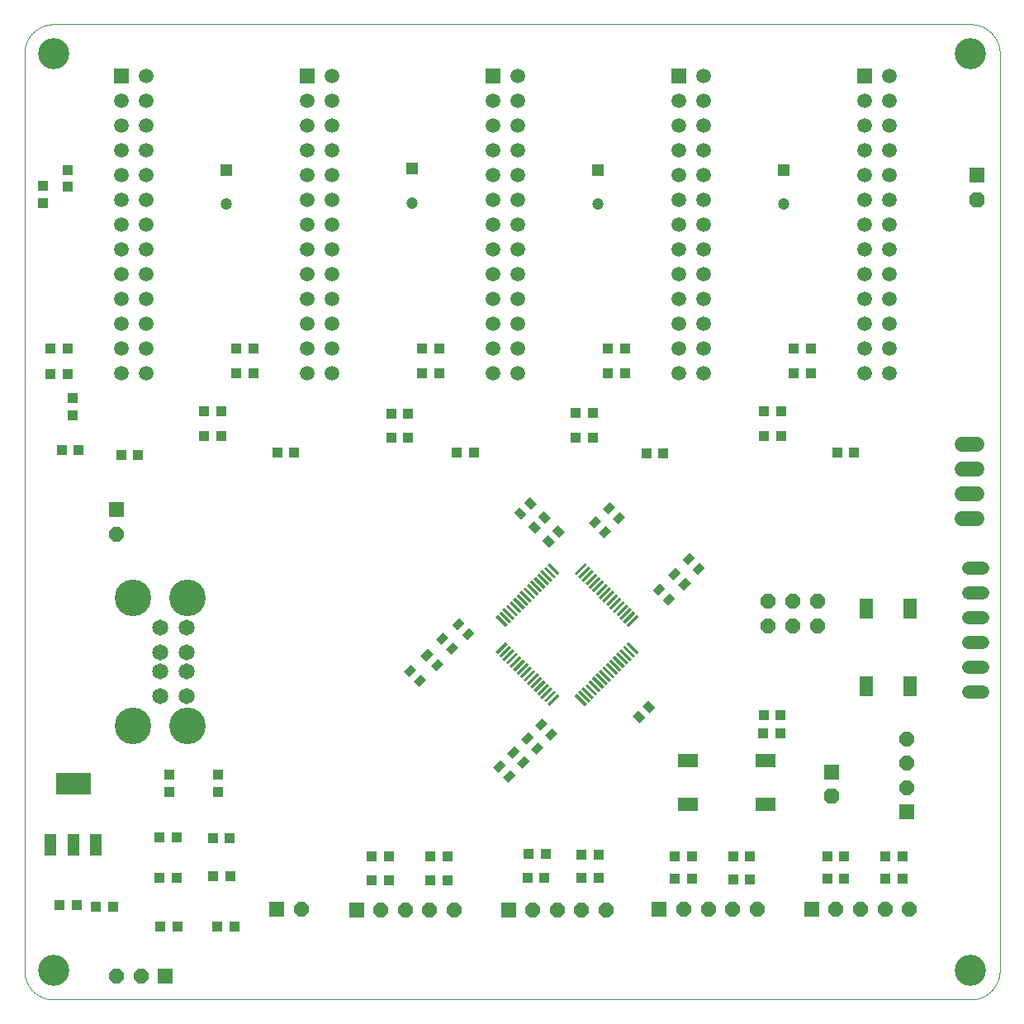
<source format=gts>
G04 EAGLE Gerber RS-274X export*
G75*
%MOMM*%
%FSLAX34Y34*%
%LPD*%
%INSolder Mask top*%
%IPPOS*%
%AMOC8*
5,1,8,0,0,1.08239X$1,22.5*%
G01*
%ADD10C,0.000000*%
%ADD11C,3.200000*%
%ADD12R,1.500000X1.500000*%
%ADD13C,1.500000*%
%ADD14R,1.600000X1.600000*%
%ADD15P,1.731824X8X112.500000*%
%ADD16C,1.650000*%
%ADD17C,3.750000*%
%ADD18R,1.100000X1.000000*%
%ADD19R,1.080000X1.050000*%
%ADD20R,1.200000X1.200000*%
%ADD21C,1.200000*%
%ADD22R,1.040000X0.810000*%
%ADD23P,1.623585X8X202.500000*%
%ADD24R,1.400000X2.050000*%
%ADD25C,1.371600*%
%ADD26R,1.050000X1.080000*%
%ADD27P,1.623585X8X292.500000*%
%ADD28P,1.649562X8X22.500000*%
%ADD29C,1.524000*%
%ADD30P,1.623585X8X22.500000*%
%ADD31P,1.623585X8X112.500000*%
%ADD32R,2.050000X1.400000*%
%ADD33R,1.000000X1.100000*%
%ADD34R,1.475000X0.300000*%
%ADD35R,1.219200X2.235200*%
%ADD36R,3.600000X2.200000*%


D10*
X30000Y0D02*
X970000Y0D01*
X1000000Y30000D02*
X1000000Y970000D01*
X970000Y1000000D02*
X30000Y1000000D01*
X0Y970000D02*
X0Y30000D01*
X9Y29275D01*
X35Y28551D01*
X79Y27827D01*
X140Y27105D01*
X219Y26384D01*
X315Y25665D01*
X428Y24949D01*
X559Y24236D01*
X707Y23526D01*
X872Y22821D01*
X1054Y22119D01*
X1253Y21422D01*
X1468Y20729D01*
X1701Y20043D01*
X1950Y19362D01*
X2215Y18687D01*
X2496Y18019D01*
X2794Y17358D01*
X3107Y16704D01*
X3436Y16058D01*
X3781Y15420D01*
X4141Y14791D01*
X4516Y14171D01*
X4906Y13560D01*
X5310Y12958D01*
X5729Y12366D01*
X6163Y11785D01*
X6610Y11214D01*
X7071Y10655D01*
X7545Y10106D01*
X8032Y9570D01*
X8532Y9045D01*
X9045Y8532D01*
X9570Y8032D01*
X10106Y7545D01*
X10655Y7071D01*
X11214Y6610D01*
X11785Y6163D01*
X12366Y5729D01*
X12958Y5310D01*
X13560Y4906D01*
X14171Y4516D01*
X14791Y4141D01*
X15420Y3781D01*
X16058Y3436D01*
X16704Y3107D01*
X17358Y2794D01*
X18019Y2496D01*
X18687Y2215D01*
X19362Y1950D01*
X20043Y1701D01*
X20729Y1468D01*
X21422Y1253D01*
X22119Y1054D01*
X22821Y872D01*
X23526Y707D01*
X24236Y559D01*
X24949Y428D01*
X25665Y315D01*
X26384Y219D01*
X27105Y140D01*
X27827Y79D01*
X28551Y35D01*
X29275Y9D01*
X30000Y0D01*
X0Y970000D02*
X9Y970725D01*
X35Y971449D01*
X79Y972173D01*
X140Y972895D01*
X219Y973616D01*
X315Y974335D01*
X428Y975051D01*
X559Y975764D01*
X707Y976474D01*
X872Y977179D01*
X1054Y977881D01*
X1253Y978578D01*
X1468Y979271D01*
X1701Y979957D01*
X1950Y980638D01*
X2215Y981313D01*
X2496Y981981D01*
X2794Y982642D01*
X3107Y983296D01*
X3436Y983942D01*
X3781Y984580D01*
X4141Y985209D01*
X4516Y985829D01*
X4906Y986440D01*
X5310Y987042D01*
X5729Y987634D01*
X6163Y988215D01*
X6610Y988786D01*
X7071Y989345D01*
X7545Y989894D01*
X8032Y990430D01*
X8532Y990955D01*
X9045Y991468D01*
X9570Y991968D01*
X10106Y992455D01*
X10655Y992929D01*
X11214Y993390D01*
X11785Y993837D01*
X12366Y994271D01*
X12958Y994690D01*
X13560Y995094D01*
X14171Y995484D01*
X14791Y995859D01*
X15420Y996219D01*
X16058Y996564D01*
X16704Y996893D01*
X17358Y997206D01*
X18019Y997504D01*
X18687Y997785D01*
X19362Y998050D01*
X20043Y998299D01*
X20729Y998532D01*
X21422Y998747D01*
X22119Y998946D01*
X22821Y999128D01*
X23526Y999293D01*
X24236Y999441D01*
X24949Y999572D01*
X25665Y999685D01*
X26384Y999781D01*
X27105Y999860D01*
X27827Y999921D01*
X28551Y999965D01*
X29275Y999991D01*
X30000Y1000000D01*
X970000Y1000000D02*
X970725Y999991D01*
X971449Y999965D01*
X972173Y999921D01*
X972895Y999860D01*
X973616Y999781D01*
X974335Y999685D01*
X975051Y999572D01*
X975764Y999441D01*
X976474Y999293D01*
X977179Y999128D01*
X977881Y998946D01*
X978578Y998747D01*
X979271Y998532D01*
X979957Y998299D01*
X980638Y998050D01*
X981313Y997785D01*
X981981Y997504D01*
X982642Y997206D01*
X983296Y996893D01*
X983942Y996564D01*
X984580Y996219D01*
X985209Y995859D01*
X985829Y995484D01*
X986440Y995094D01*
X987042Y994690D01*
X987634Y994271D01*
X988215Y993837D01*
X988786Y993390D01*
X989345Y992929D01*
X989894Y992455D01*
X990430Y991968D01*
X990955Y991468D01*
X991468Y990955D01*
X991968Y990430D01*
X992455Y989894D01*
X992929Y989345D01*
X993390Y988786D01*
X993837Y988215D01*
X994271Y987634D01*
X994690Y987042D01*
X995094Y986440D01*
X995484Y985829D01*
X995859Y985209D01*
X996219Y984580D01*
X996564Y983942D01*
X996893Y983296D01*
X997206Y982642D01*
X997504Y981981D01*
X997785Y981313D01*
X998050Y980638D01*
X998299Y979957D01*
X998532Y979271D01*
X998747Y978578D01*
X998946Y977881D01*
X999128Y977179D01*
X999293Y976474D01*
X999441Y975764D01*
X999572Y975051D01*
X999685Y974335D01*
X999781Y973616D01*
X999860Y972895D01*
X999921Y972173D01*
X999965Y971449D01*
X999991Y970725D01*
X1000000Y970000D01*
X1000000Y30000D02*
X999991Y29275D01*
X999965Y28551D01*
X999921Y27827D01*
X999860Y27105D01*
X999781Y26384D01*
X999685Y25665D01*
X999572Y24949D01*
X999441Y24236D01*
X999293Y23526D01*
X999128Y22821D01*
X998946Y22119D01*
X998747Y21422D01*
X998532Y20729D01*
X998299Y20043D01*
X998050Y19362D01*
X997785Y18687D01*
X997504Y18019D01*
X997206Y17358D01*
X996893Y16704D01*
X996564Y16058D01*
X996219Y15420D01*
X995859Y14791D01*
X995484Y14171D01*
X995094Y13560D01*
X994690Y12958D01*
X994271Y12366D01*
X993837Y11785D01*
X993390Y11214D01*
X992929Y10655D01*
X992455Y10106D01*
X991968Y9570D01*
X991468Y9045D01*
X990955Y8532D01*
X990430Y8032D01*
X989894Y7545D01*
X989345Y7071D01*
X988786Y6610D01*
X988215Y6163D01*
X987634Y5729D01*
X987042Y5310D01*
X986440Y4906D01*
X985829Y4516D01*
X985209Y4141D01*
X984580Y3781D01*
X983942Y3436D01*
X983296Y3107D01*
X982642Y2794D01*
X981981Y2496D01*
X981313Y2215D01*
X980638Y1950D01*
X979957Y1701D01*
X979271Y1468D01*
X978578Y1253D01*
X977881Y1054D01*
X977179Y872D01*
X976474Y707D01*
X975764Y559D01*
X975051Y428D01*
X974335Y315D01*
X973616Y219D01*
X972895Y140D01*
X972173Y79D01*
X971449Y35D01*
X970725Y9D01*
X970000Y0D01*
D11*
X30000Y30000D03*
X30000Y970000D03*
X970000Y30000D03*
X970000Y970000D03*
D12*
X861060Y947120D03*
D13*
X886460Y947120D03*
X861060Y921720D03*
X861060Y642320D03*
X886460Y921720D03*
X886460Y896320D03*
X861060Y896320D03*
X886460Y870920D03*
X861060Y870920D03*
X886460Y845520D03*
X861060Y845520D03*
X886460Y820120D03*
X861060Y820120D03*
X886460Y794720D03*
X861060Y794720D03*
X886460Y769320D03*
X861060Y769320D03*
X886460Y743920D03*
X861060Y743920D03*
X886460Y718520D03*
X861060Y718520D03*
X886460Y693120D03*
X861060Y693120D03*
X886460Y667720D03*
X861060Y667720D03*
X886460Y642320D03*
D12*
X99060Y947120D03*
D13*
X124460Y947120D03*
X99060Y921720D03*
X99060Y642320D03*
X124460Y921720D03*
X124460Y896320D03*
X99060Y896320D03*
X124460Y870920D03*
X99060Y870920D03*
X124460Y845520D03*
X99060Y845520D03*
X124460Y820120D03*
X99060Y820120D03*
X124460Y794720D03*
X99060Y794720D03*
X124460Y769320D03*
X99060Y769320D03*
X124460Y743920D03*
X99060Y743920D03*
X124460Y718520D03*
X99060Y718520D03*
X124460Y693120D03*
X99060Y693120D03*
X124460Y667720D03*
X99060Y667720D03*
X124460Y642320D03*
D12*
X289560Y947120D03*
D13*
X314960Y947120D03*
X289560Y921720D03*
X289560Y642320D03*
X314960Y921720D03*
X314960Y896320D03*
X289560Y896320D03*
X314960Y870920D03*
X289560Y870920D03*
X314960Y845520D03*
X289560Y845520D03*
X314960Y820120D03*
X289560Y820120D03*
X314960Y794720D03*
X289560Y794720D03*
X314960Y769320D03*
X289560Y769320D03*
X314960Y743920D03*
X289560Y743920D03*
X314960Y718520D03*
X289560Y718520D03*
X314960Y693120D03*
X289560Y693120D03*
X314960Y667720D03*
X289560Y667720D03*
X314960Y642320D03*
D12*
X480060Y947120D03*
D13*
X505460Y947120D03*
X480060Y921720D03*
X480060Y642320D03*
X505460Y921720D03*
X505460Y896320D03*
X480060Y896320D03*
X505460Y870920D03*
X480060Y870920D03*
X505460Y845520D03*
X480060Y845520D03*
X505460Y820120D03*
X480060Y820120D03*
X505460Y794720D03*
X480060Y794720D03*
X505460Y769320D03*
X480060Y769320D03*
X505460Y743920D03*
X480060Y743920D03*
X505460Y718520D03*
X480060Y718520D03*
X505460Y693120D03*
X480060Y693120D03*
X505460Y667720D03*
X480060Y667720D03*
X505460Y642320D03*
D12*
X670560Y947120D03*
D13*
X695960Y947120D03*
X670560Y921720D03*
X670560Y642320D03*
X695960Y921720D03*
X695960Y896320D03*
X670560Y896320D03*
X695960Y870920D03*
X670560Y870920D03*
X695960Y845520D03*
X670560Y845520D03*
X695960Y820120D03*
X670560Y820120D03*
X695960Y794720D03*
X670560Y794720D03*
X695960Y769320D03*
X670560Y769320D03*
X695960Y743920D03*
X670560Y743920D03*
X695960Y718520D03*
X670560Y718520D03*
X695960Y693120D03*
X670560Y693120D03*
X695960Y667720D03*
X670560Y667720D03*
X695960Y642320D03*
D14*
X976630Y845320D03*
D15*
X976630Y820320D03*
D16*
X166070Y381410D03*
X166070Y356410D03*
X166070Y336410D03*
X166070Y311410D03*
X138970Y381410D03*
X138970Y356410D03*
X138970Y336410D03*
X138970Y311410D03*
D17*
X166970Y412110D03*
X166970Y280710D03*
X110970Y412110D03*
X110970Y280710D03*
D18*
X44250Y850810D03*
X44250Y833810D03*
D19*
X19050Y833950D03*
X19050Y816450D03*
D20*
X207010Y850600D03*
D21*
X207010Y815600D03*
D20*
X397510Y851870D03*
D21*
X397510Y816870D03*
D20*
X588010Y850600D03*
D21*
X588010Y815600D03*
D20*
X778510Y850600D03*
D21*
X778510Y815600D03*
D22*
G36*
X654523Y409723D02*
X661876Y417076D01*
X667603Y411349D01*
X660250Y403996D01*
X654523Y409723D01*
G37*
G36*
X644341Y419905D02*
X651694Y427258D01*
X657421Y421531D01*
X650068Y414178D01*
X644341Y419905D01*
G37*
G36*
X684530Y440999D02*
X691883Y448352D01*
X697610Y442625D01*
X690257Y435272D01*
X684530Y440999D01*
G37*
G36*
X674348Y451182D02*
X681701Y458535D01*
X687428Y452808D01*
X680075Y445455D01*
X674348Y451182D01*
G37*
G36*
X670162Y425361D02*
X677515Y432714D01*
X683242Y426987D01*
X675889Y419634D01*
X670162Y425361D01*
G37*
G36*
X659980Y435543D02*
X667333Y442896D01*
X673060Y437169D01*
X665707Y429816D01*
X659980Y435543D01*
G37*
G36*
X434949Y370904D02*
X427596Y363551D01*
X421869Y369278D01*
X429222Y376631D01*
X434949Y370904D01*
G37*
G36*
X445131Y360722D02*
X437778Y353369D01*
X432051Y359096D01*
X439404Y366449D01*
X445131Y360722D01*
G37*
G36*
X507873Y505146D02*
X515226Y497793D01*
X509499Y492066D01*
X502146Y499419D01*
X507873Y505146D01*
G37*
G36*
X518055Y515328D02*
X525408Y507975D01*
X519681Y502248D01*
X512328Y509601D01*
X518055Y515328D01*
G37*
G36*
X536610Y476409D02*
X543963Y469056D01*
X538236Y463329D01*
X530883Y470682D01*
X536610Y476409D01*
G37*
G36*
X546792Y486591D02*
X554145Y479238D01*
X548418Y473511D01*
X541065Y480864D01*
X546792Y486591D01*
G37*
G36*
X533759Y271125D02*
X541112Y278478D01*
X546839Y272751D01*
X539486Y265398D01*
X533759Y271125D01*
G37*
G36*
X523577Y281308D02*
X530930Y288661D01*
X536657Y282934D01*
X529304Y275581D01*
X523577Y281308D01*
G37*
G36*
X522241Y490778D02*
X529594Y483425D01*
X523867Y477698D01*
X516514Y485051D01*
X522241Y490778D01*
G37*
G36*
X532424Y500960D02*
X539777Y493607D01*
X534050Y487880D01*
X526697Y495233D01*
X532424Y500960D01*
G37*
G36*
X519391Y256757D02*
X526744Y264110D01*
X532471Y258383D01*
X525118Y251030D01*
X519391Y256757D01*
G37*
G36*
X509208Y266939D02*
X516561Y274292D01*
X522288Y268565D01*
X514935Y261212D01*
X509208Y266939D01*
G37*
G36*
X419449Y353904D02*
X412096Y346551D01*
X406369Y352278D01*
X413722Y359631D01*
X419449Y353904D01*
G37*
G36*
X429631Y343722D02*
X422278Y336369D01*
X416551Y342096D01*
X423904Y349449D01*
X429631Y343722D01*
G37*
G36*
X505022Y242389D02*
X512375Y249742D01*
X518102Y244015D01*
X510749Y236662D01*
X505022Y242389D01*
G37*
G36*
X494840Y252571D02*
X502193Y259924D01*
X507920Y254197D01*
X500567Y246844D01*
X494840Y252571D01*
G37*
G36*
X451449Y385904D02*
X444096Y378551D01*
X438369Y384278D01*
X445722Y391631D01*
X451449Y385904D01*
G37*
G36*
X461631Y375722D02*
X454278Y368369D01*
X448551Y374096D01*
X455904Y381449D01*
X461631Y375722D01*
G37*
G36*
X490654Y228020D02*
X498007Y235373D01*
X503734Y229646D01*
X496381Y222293D01*
X490654Y228020D01*
G37*
G36*
X480471Y238202D02*
X487824Y245555D01*
X493551Y239828D01*
X486198Y232475D01*
X480471Y238202D01*
G37*
G36*
X605952Y504655D02*
X598599Y497302D01*
X592872Y503029D01*
X600225Y510382D01*
X605952Y504655D01*
G37*
G36*
X616134Y494473D02*
X608781Y487120D01*
X603054Y492847D01*
X610407Y500200D01*
X616134Y494473D01*
G37*
G36*
X591584Y490286D02*
X584231Y482933D01*
X578504Y488660D01*
X585857Y496013D01*
X591584Y490286D01*
G37*
G36*
X601766Y480104D02*
X594413Y472751D01*
X588686Y478478D01*
X596039Y485831D01*
X601766Y480104D01*
G37*
D12*
X807230Y92410D03*
D23*
X832230Y92410D03*
X857230Y92410D03*
X882230Y92410D03*
X907230Y92410D03*
D12*
X651020Y92410D03*
D23*
X676020Y92410D03*
X701020Y92410D03*
X726020Y92410D03*
X751020Y92410D03*
D12*
X340440Y91910D03*
D23*
X365440Y91910D03*
X390440Y91910D03*
X415440Y91910D03*
X440440Y91910D03*
D24*
X862850Y321260D03*
X862850Y400760D03*
X907850Y321260D03*
X907850Y400760D03*
D25*
X968502Y442610D02*
X982218Y442610D01*
X982218Y417210D02*
X968502Y417210D01*
X968502Y391810D02*
X982218Y391810D01*
X982218Y366410D02*
X968502Y366410D01*
X968502Y341010D02*
X982218Y341010D01*
X982218Y315610D02*
X968502Y315610D01*
D26*
X35960Y97120D03*
X53460Y97120D03*
X73110Y95190D03*
X90610Y95190D03*
D12*
X905000Y192500D03*
D27*
X905000Y217500D03*
X905000Y242500D03*
X905000Y267500D03*
D26*
X193150Y165700D03*
X210650Y165700D03*
D19*
X198300Y230700D03*
X198300Y213200D03*
D26*
X193850Y126600D03*
X211350Y126600D03*
X197850Y75000D03*
X215350Y75000D03*
X138750Y125000D03*
X156250Y125000D03*
X156750Y75000D03*
X139250Y75000D03*
X138750Y166000D03*
X156250Y166000D03*
D19*
X148770Y230700D03*
X148770Y213200D03*
X49530Y599280D03*
X49530Y616780D03*
D26*
X44310Y641050D03*
X26810Y641050D03*
X55740Y563580D03*
X38240Y563580D03*
X234810Y667720D03*
X217310Y667720D03*
X276720Y561040D03*
X259220Y561040D03*
X425310Y667720D03*
X407810Y667720D03*
X460870Y561040D03*
X443370Y561040D03*
X615810Y667720D03*
X598310Y667720D03*
X655180Y559770D03*
X637680Y559770D03*
X806310Y667720D03*
X788810Y667720D03*
X850760Y561040D03*
X833260Y561040D03*
X44310Y667720D03*
X26810Y667720D03*
X116700Y558500D03*
X99200Y558500D03*
X201790Y602950D03*
X184290Y602950D03*
X234810Y642320D03*
X217310Y642320D03*
X201790Y577550D03*
X184290Y577550D03*
X393560Y600410D03*
X376060Y600410D03*
X425310Y642320D03*
X407810Y642320D03*
X393560Y576280D03*
X376060Y576280D03*
X582790Y601680D03*
X565290Y601680D03*
X615810Y642320D03*
X598310Y642320D03*
X582790Y576280D03*
X565290Y576280D03*
X775830Y602950D03*
X758330Y602950D03*
X806310Y642320D03*
X788810Y642320D03*
X775830Y577550D03*
X758330Y577550D03*
D28*
X762000Y383240D03*
X762000Y408640D03*
X787400Y383240D03*
X787400Y408640D03*
X812800Y383240D03*
X812800Y408640D03*
D26*
X882770Y124160D03*
X900270Y124160D03*
X726560Y122890D03*
X744060Y122890D03*
X415980Y122390D03*
X433480Y122390D03*
X840580Y124160D03*
X823080Y124160D03*
X684370Y124160D03*
X666870Y124160D03*
X373790Y122390D03*
X356290Y122390D03*
X900270Y147020D03*
X882770Y147020D03*
X744060Y147020D03*
X726560Y147020D03*
X433480Y146520D03*
X415980Y146520D03*
X373790Y146520D03*
X356290Y146520D03*
X684370Y147020D03*
X666870Y147020D03*
X840580Y147020D03*
X823080Y147020D03*
D12*
X258840Y93050D03*
D23*
X283840Y93050D03*
D29*
X961390Y569610D02*
X976630Y569610D01*
X976630Y544210D02*
X961390Y544210D01*
X961390Y518810D02*
X976630Y518810D01*
X976630Y493410D02*
X961390Y493410D01*
D12*
X144570Y23830D03*
D30*
X119570Y23830D03*
X94570Y23830D03*
D12*
X94130Y502420D03*
D31*
X94130Y477420D03*
D14*
X827330Y233380D03*
D15*
X827330Y208380D03*
D32*
X680250Y245500D03*
X759750Y245500D03*
X680250Y200500D03*
X759750Y200500D03*
D22*
G36*
X640904Y293551D02*
X633551Y300904D01*
X639278Y306631D01*
X646631Y299278D01*
X640904Y293551D01*
G37*
G36*
X630722Y283369D02*
X623369Y290722D01*
X629096Y296449D01*
X636449Y289096D01*
X630722Y283369D01*
G37*
D26*
X757600Y273000D03*
X775100Y273000D03*
D33*
X758350Y292000D03*
X775350Y292000D03*
D34*
G36*
X566381Y313620D02*
X576810Y303191D01*
X574689Y301070D01*
X564260Y311499D01*
X566381Y313620D01*
G37*
G36*
X569917Y317156D02*
X580346Y306727D01*
X578225Y304606D01*
X567796Y315035D01*
X569917Y317156D01*
G37*
G36*
X573452Y320692D02*
X583881Y310263D01*
X581760Y308142D01*
X571331Y318571D01*
X573452Y320692D01*
G37*
G36*
X576988Y324227D02*
X587417Y313798D01*
X585296Y311677D01*
X574867Y322106D01*
X576988Y324227D01*
G37*
G36*
X580523Y327763D02*
X590952Y317334D01*
X588831Y315213D01*
X578402Y325642D01*
X580523Y327763D01*
G37*
G36*
X584059Y331298D02*
X594488Y320869D01*
X592367Y318748D01*
X581938Y329177D01*
X584059Y331298D01*
G37*
G36*
X587594Y334834D02*
X598023Y324405D01*
X595902Y322284D01*
X585473Y332713D01*
X587594Y334834D01*
G37*
G36*
X591130Y338369D02*
X601559Y327940D01*
X599438Y325819D01*
X589009Y336248D01*
X591130Y338369D01*
G37*
G36*
X594665Y341905D02*
X605094Y331476D01*
X602973Y329355D01*
X592544Y339784D01*
X594665Y341905D01*
G37*
G36*
X598201Y345440D02*
X608630Y335011D01*
X606509Y332890D01*
X596080Y343319D01*
X598201Y345440D01*
G37*
G36*
X601736Y348976D02*
X612165Y338547D01*
X610044Y336426D01*
X599615Y346855D01*
X601736Y348976D01*
G37*
G36*
X605272Y352511D02*
X615701Y342082D01*
X613580Y339961D01*
X603151Y350390D01*
X605272Y352511D01*
G37*
G36*
X608808Y356047D02*
X619237Y345618D01*
X617116Y343497D01*
X606687Y353926D01*
X608808Y356047D01*
G37*
G36*
X612343Y359582D02*
X622772Y349153D01*
X620651Y347032D01*
X610222Y357461D01*
X612343Y359582D01*
G37*
G36*
X615879Y363118D02*
X626308Y352689D01*
X624187Y350568D01*
X613758Y360997D01*
X615879Y363118D01*
G37*
G36*
X619414Y366653D02*
X629843Y356224D01*
X627722Y354103D01*
X617293Y364532D01*
X619414Y366653D01*
G37*
G36*
X617293Y384339D02*
X627722Y394768D01*
X629843Y392647D01*
X619414Y382218D01*
X617293Y384339D01*
G37*
G36*
X613758Y387875D02*
X624187Y398304D01*
X626308Y396183D01*
X615879Y385754D01*
X613758Y387875D01*
G37*
G36*
X610222Y391410D02*
X620651Y401839D01*
X622772Y399718D01*
X612343Y389289D01*
X610222Y391410D01*
G37*
G36*
X606687Y394946D02*
X617116Y405375D01*
X619237Y403254D01*
X608808Y392825D01*
X606687Y394946D01*
G37*
G36*
X603151Y398481D02*
X613580Y408910D01*
X615701Y406789D01*
X605272Y396360D01*
X603151Y398481D01*
G37*
G36*
X599615Y402017D02*
X610044Y412446D01*
X612165Y410325D01*
X601736Y399896D01*
X599615Y402017D01*
G37*
G36*
X596080Y405552D02*
X606509Y415981D01*
X608630Y413860D01*
X598201Y403431D01*
X596080Y405552D01*
G37*
G36*
X592544Y409088D02*
X602973Y419517D01*
X605094Y417396D01*
X594665Y406967D01*
X592544Y409088D01*
G37*
G36*
X589009Y412623D02*
X599438Y423052D01*
X601559Y420931D01*
X591130Y410502D01*
X589009Y412623D01*
G37*
G36*
X585473Y416159D02*
X595902Y426588D01*
X598023Y424467D01*
X587594Y414038D01*
X585473Y416159D01*
G37*
G36*
X581938Y419694D02*
X592367Y430123D01*
X594488Y428002D01*
X584059Y417573D01*
X581938Y419694D01*
G37*
G36*
X578402Y423230D02*
X588831Y433659D01*
X590952Y431538D01*
X580523Y421109D01*
X578402Y423230D01*
G37*
G36*
X574867Y426765D02*
X585296Y437194D01*
X587417Y435073D01*
X576988Y424644D01*
X574867Y426765D01*
G37*
G36*
X571331Y430301D02*
X581760Y440730D01*
X583881Y438609D01*
X573452Y428180D01*
X571331Y430301D01*
G37*
G36*
X567796Y433837D02*
X578225Y444266D01*
X580346Y442145D01*
X569917Y431716D01*
X567796Y433837D01*
G37*
G36*
X564260Y437372D02*
X574689Y447801D01*
X576810Y445680D01*
X566381Y435251D01*
X564260Y437372D01*
G37*
G36*
X538267Y447801D02*
X548696Y437372D01*
X546575Y435251D01*
X536146Y445680D01*
X538267Y447801D01*
G37*
G36*
X534731Y444266D02*
X545160Y433837D01*
X543039Y431716D01*
X532610Y442145D01*
X534731Y444266D01*
G37*
G36*
X531196Y440730D02*
X541625Y430301D01*
X539504Y428180D01*
X529075Y438609D01*
X531196Y440730D01*
G37*
G36*
X527660Y437194D02*
X538089Y426765D01*
X535968Y424644D01*
X525539Y435073D01*
X527660Y437194D01*
G37*
G36*
X524124Y433659D02*
X534553Y423230D01*
X532432Y421109D01*
X522003Y431538D01*
X524124Y433659D01*
G37*
G36*
X520589Y430123D02*
X531018Y419694D01*
X528897Y417573D01*
X518468Y428002D01*
X520589Y430123D01*
G37*
G36*
X517053Y426588D02*
X527482Y416159D01*
X525361Y414038D01*
X514932Y424467D01*
X517053Y426588D01*
G37*
G36*
X513518Y423052D02*
X523947Y412623D01*
X521826Y410502D01*
X511397Y420931D01*
X513518Y423052D01*
G37*
G36*
X509982Y419517D02*
X520411Y409088D01*
X518290Y406967D01*
X507861Y417396D01*
X509982Y419517D01*
G37*
G36*
X506447Y415981D02*
X516876Y405552D01*
X514755Y403431D01*
X504326Y413860D01*
X506447Y415981D01*
G37*
G36*
X502911Y412446D02*
X513340Y402017D01*
X511219Y399896D01*
X500790Y410325D01*
X502911Y412446D01*
G37*
G36*
X499376Y408910D02*
X509805Y398481D01*
X507684Y396360D01*
X497255Y406789D01*
X499376Y408910D01*
G37*
G36*
X495840Y405375D02*
X506269Y394946D01*
X504148Y392825D01*
X493719Y403254D01*
X495840Y405375D01*
G37*
G36*
X492305Y401839D02*
X502734Y391410D01*
X500613Y389289D01*
X490184Y399718D01*
X492305Y401839D01*
G37*
G36*
X488769Y398304D02*
X499198Y387875D01*
X497077Y385754D01*
X486648Y396183D01*
X488769Y398304D01*
G37*
G36*
X485234Y394768D02*
X495663Y384339D01*
X493542Y382218D01*
X483113Y392647D01*
X485234Y394768D01*
G37*
G36*
X483113Y356224D02*
X493542Y366653D01*
X495663Y364532D01*
X485234Y354103D01*
X483113Y356224D01*
G37*
G36*
X486648Y352689D02*
X497077Y363118D01*
X499198Y360997D01*
X488769Y350568D01*
X486648Y352689D01*
G37*
G36*
X490184Y349153D02*
X500613Y359582D01*
X502734Y357461D01*
X492305Y347032D01*
X490184Y349153D01*
G37*
G36*
X493719Y345618D02*
X504148Y356047D01*
X506269Y353926D01*
X495840Y343497D01*
X493719Y345618D01*
G37*
G36*
X497255Y342082D02*
X507684Y352511D01*
X509805Y350390D01*
X499376Y339961D01*
X497255Y342082D01*
G37*
G36*
X500790Y338547D02*
X511219Y348976D01*
X513340Y346855D01*
X502911Y336426D01*
X500790Y338547D01*
G37*
G36*
X504326Y335011D02*
X514755Y345440D01*
X516876Y343319D01*
X506447Y332890D01*
X504326Y335011D01*
G37*
G36*
X507861Y331476D02*
X518290Y341905D01*
X520411Y339784D01*
X509982Y329355D01*
X507861Y331476D01*
G37*
G36*
X511397Y327940D02*
X521826Y338369D01*
X523947Y336248D01*
X513518Y325819D01*
X511397Y327940D01*
G37*
G36*
X514932Y324405D02*
X525361Y334834D01*
X527482Y332713D01*
X517053Y322284D01*
X514932Y324405D01*
G37*
G36*
X518468Y320869D02*
X528897Y331298D01*
X531018Y329177D01*
X520589Y318748D01*
X518468Y320869D01*
G37*
G36*
X522003Y317334D02*
X532432Y327763D01*
X534553Y325642D01*
X524124Y315213D01*
X522003Y317334D01*
G37*
G36*
X525539Y313798D02*
X535968Y324227D01*
X538089Y322106D01*
X527660Y311677D01*
X525539Y313798D01*
G37*
G36*
X529075Y310263D02*
X539504Y320692D01*
X541625Y318571D01*
X531196Y308142D01*
X529075Y310263D01*
G37*
G36*
X532610Y306727D02*
X543039Y317156D01*
X545160Y315035D01*
X534731Y304606D01*
X532610Y306727D01*
G37*
G36*
X536146Y303191D02*
X546575Y313620D01*
X548696Y311499D01*
X538267Y301070D01*
X536146Y303191D01*
G37*
D22*
G36*
X401949Y337904D02*
X394596Y330551D01*
X388869Y336278D01*
X396222Y343631D01*
X401949Y337904D01*
G37*
G36*
X412131Y327722D02*
X404778Y320369D01*
X399051Y326096D01*
X406404Y333449D01*
X412131Y327722D01*
G37*
D12*
X496272Y92200D03*
D23*
X521272Y92200D03*
X546272Y92200D03*
X571272Y92200D03*
X596272Y92200D03*
D26*
X571256Y124986D03*
X588756Y124986D03*
X588744Y148580D03*
X571244Y148580D03*
X533244Y124542D03*
X515744Y124542D03*
X534244Y149108D03*
X516744Y149108D03*
D35*
X26886Y159012D03*
X50000Y159012D03*
X73114Y159012D03*
D36*
X50000Y220990D03*
M02*

</source>
